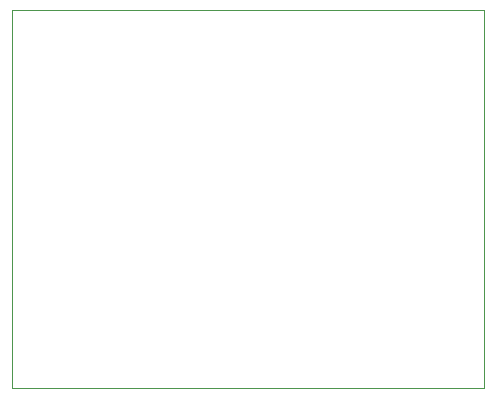
<source format=gbr>
%TF.GenerationSoftware,KiCad,Pcbnew,(6.0.7-1)-1*%
%TF.CreationDate,2023-01-15T20:24:14-08:00*%
%TF.ProjectId,NeoGeoDB15Wireless,4e656f47-656f-4444-9231-35576972656c,rev?*%
%TF.SameCoordinates,Original*%
%TF.FileFunction,Profile,NP*%
%FSLAX46Y46*%
G04 Gerber Fmt 4.6, Leading zero omitted, Abs format (unit mm)*
G04 Created by KiCad (PCBNEW (6.0.7-1)-1) date 2023-01-15 20:24:14*
%MOMM*%
%LPD*%
G01*
G04 APERTURE LIST*
%TA.AperFunction,Profile*%
%ADD10C,0.100000*%
%TD*%
G04 APERTURE END LIST*
D10*
X80000000Y-93500000D02*
X119900000Y-93500000D01*
X119900000Y-93500000D02*
X119900000Y-61500000D01*
X119900000Y-61500000D02*
X80000000Y-61500000D01*
X80000000Y-61500000D02*
X80000000Y-93500000D01*
M02*

</source>
